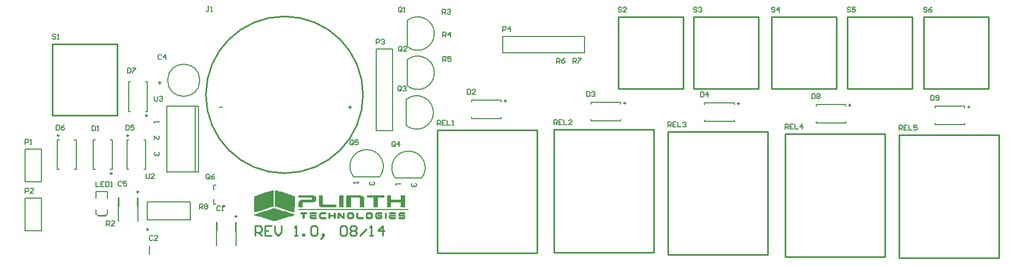
<source format=gto>
%FSLAX25Y25*%
%MOIN*%
G70*
G01*
G75*
G04 Layer_Color=65535*
%ADD10R,0.05118X0.05906*%
%ADD11R,0.06102X0.09646*%
%ADD12R,0.06299X0.02362*%
%ADD13R,0.05906X0.05118*%
%ADD14R,0.08661X0.07874*%
%ADD15R,0.09646X0.06102*%
%ADD16R,0.12992X0.09449*%
%ADD17R,0.03937X0.09449*%
G04:AMPARAMS|DCode=18|XSize=50mil|YSize=50mil|CornerRadius=6.25mil|HoleSize=0mil|Usage=FLASHONLY|Rotation=270.000|XOffset=0mil|YOffset=0mil|HoleType=Round|Shape=RoundedRectangle|*
%AMROUNDEDRECTD18*
21,1,0.05000,0.03750,0,0,270.0*
21,1,0.03750,0.05000,0,0,270.0*
1,1,0.01250,-0.01875,-0.01875*
1,1,0.01250,-0.01875,0.01875*
1,1,0.01250,0.01875,0.01875*
1,1,0.01250,0.01875,-0.01875*
%
%ADD18ROUNDEDRECTD18*%
%ADD19C,0.02000*%
%ADD20C,0.03000*%
%ADD21C,0.11000*%
%ADD22C,0.05906*%
%ADD23R,0.05906X0.05906*%
%ADD24O,0.07874X0.03937*%
%ADD25O,0.07874X0.03937*%
%ADD26C,0.10000*%
%ADD27C,0.07874*%
%ADD28R,0.05906X0.05906*%
%ADD29C,0.09843*%
%ADD30C,0.04921*%
%ADD31R,0.04921X0.04921*%
%ADD32C,0.06299*%
%ADD33R,0.06299X0.06299*%
%ADD34O,0.03937X0.07874*%
%ADD35O,0.03937X0.07874*%
%ADD36C,0.03000*%
%ADD37C,0.07874*%
%ADD38C,0.00984*%
%ADD39C,0.00787*%
%ADD40C,0.01000*%
%ADD41C,0.00500*%
%ADD42C,0.00300*%
D38*
X80609Y94386D02*
G03*
X80609Y94386I-492J0D01*
G01*
X127935Y38913D02*
G03*
X127935Y38913I-492J0D01*
G01*
X135398Y32630D02*
G03*
X135398Y32630I-492J0D01*
G01*
X300006Y103417D02*
G03*
X300006Y103417I-492J0D01*
G01*
X69176Y82114D02*
G03*
X69176Y82114I-492J0D01*
G01*
X81203Y24583D02*
G03*
X81203Y24583I-492J0D01*
G01*
X583406Y99717D02*
G03*
X583406Y99717I-492J0D01*
G01*
X75298Y47630D02*
G03*
X75298Y47630I-492J0D01*
G01*
X510606Y100716D02*
G03*
X510606Y100716I-492J0D01*
G01*
X373006Y102016D02*
G03*
X373006Y102016I-492J0D01*
G01*
X26676Y82114D02*
G03*
X26676Y82114I-492J0D01*
G01*
X59109Y58886D02*
G03*
X59109Y58886I-492J0D01*
G01*
X442506Y101716D02*
G03*
X442506Y101716I-492J0D01*
G01*
D39*
X238998Y88234D02*
G03*
X238998Y104366I6302J8066D01*
G01*
X112742Y116000D02*
G03*
X112742Y116000I-9843J0D01*
G01*
X239598Y112534D02*
G03*
X239598Y128666I6302J8066D01*
G01*
X222766Y56998D02*
G03*
X206634Y56998I-8066J6302D01*
G01*
X248366Y56098D02*
G03*
X232234Y56098I-8066J6302D01*
G01*
X239598Y136534D02*
G03*
X239598Y152666I6302J8066D01*
G01*
X5900Y24000D02*
Y44000D01*
Y24000D02*
X15900D01*
Y44000D01*
X5900D02*
X15900D01*
X69191Y96945D02*
X70274D01*
X69191Y115055D02*
X70274D01*
X79526Y96945D02*
X80609D01*
X79526Y115055D02*
X80609D01*
X69191Y96945D02*
Y115055D01*
X80609Y96945D02*
Y115055D01*
X121144Y48756D02*
Y51906D01*
X122719D01*
X121144Y40094D02*
Y43244D01*
Y40094D02*
X122719D01*
X239001Y88465D02*
Y104135D01*
X134709Y23969D02*
Y29284D01*
Y14717D02*
X134906D01*
X123292Y23969D02*
Y29284D01*
X123094Y14717D02*
X123292D01*
X134906D02*
Y29284D01*
X123094Y14717D02*
Y29284D01*
X296955Y92491D02*
Y93574D01*
X278845Y92491D02*
Y93574D01*
X296955Y102826D02*
Y103909D01*
X278845Y102826D02*
Y103909D01*
Y92491D02*
X296955D01*
X278845Y103909D02*
X296955D01*
X220600Y135200D02*
X230600D01*
Y85200D02*
Y135200D01*
X220600Y85200D02*
Y135200D01*
Y85200D02*
X230600D01*
X298000Y133000D02*
Y143000D01*
X348000D01*
X298000Y133000D02*
X348000D01*
Y143000D01*
X92739Y59724D02*
X112030D01*
X92739Y100276D02*
X112030D01*
X92739Y59724D02*
Y100276D01*
X112030Y59724D02*
Y100276D01*
X110062Y59724D02*
Y100276D01*
X78526Y79555D02*
X79609D01*
X78526Y61445D02*
X79609D01*
X68191Y79555D02*
X69274D01*
X68191Y61445D02*
X69274D01*
X79609D02*
Y79555D01*
X68191Y61445D02*
Y79555D01*
X107089Y30488D02*
Y41512D01*
X80711Y30488D02*
Y41512D01*
X107089D01*
X80711Y30488D02*
X107089D01*
X580355Y88791D02*
Y89874D01*
X562245Y88791D02*
Y89874D01*
X580355Y99126D02*
Y100209D01*
X562245Y99126D02*
Y100209D01*
Y88791D02*
X580355D01*
X562245Y100209D02*
X580355D01*
X5900Y54000D02*
Y74000D01*
Y54000D02*
X15900D01*
Y74000D01*
X5900D02*
X15900D01*
X74609Y38969D02*
Y44283D01*
Y29717D02*
X74805D01*
X63191Y38969D02*
Y44283D01*
X62994Y29717D02*
X63191D01*
X74805D02*
Y44283D01*
X62994Y29717D02*
Y44283D01*
X507555Y89791D02*
Y90874D01*
X489445Y89791D02*
Y90874D01*
X507555Y100126D02*
Y101209D01*
X489445Y100126D02*
Y101209D01*
Y89791D02*
X507555D01*
X489445Y101209D02*
X507555D01*
X81920Y9441D02*
Y14559D01*
X239601Y112765D02*
Y128435D01*
X369955Y91091D02*
Y92174D01*
X351845Y91091D02*
Y92174D01*
X369955Y101426D02*
Y102509D01*
X351845Y101426D02*
Y102509D01*
Y91091D02*
X369955D01*
X351845Y102509D02*
X369955D01*
X36026Y79555D02*
X37109D01*
X36026Y61445D02*
X37109D01*
X25691Y79555D02*
X26774D01*
X25691Y61445D02*
X26774D01*
X37109D02*
Y79555D01*
X25691Y61445D02*
Y79555D01*
X47691Y61445D02*
X48774D01*
X47691Y79555D02*
X48774D01*
X58026Y61445D02*
X59109D01*
X58026Y79555D02*
X59109D01*
X47691Y61445D02*
Y79555D01*
X59109Y61445D02*
Y79555D01*
X439455Y90791D02*
Y91874D01*
X421345Y90791D02*
Y91874D01*
X439455Y101126D02*
Y102209D01*
X421345Y101126D02*
Y102209D01*
Y90791D02*
X439455D01*
X421345Y102209D02*
X439455D01*
X206865Y57001D02*
X222535D01*
X232465Y56101D02*
X248135D01*
X239601Y136765D02*
Y152435D01*
D40*
X212535Y107100D02*
G03*
X212535Y107100I-48031J0D01*
G01*
X368500Y110916D02*
Y154700D01*
X408100D01*
X408185Y110900D02*
Y154641D01*
X368700Y110900D02*
X408100D01*
X460024Y9203D02*
Y84400D01*
X399000Y9203D02*
Y84400D01*
X460024D01*
X399000Y9203D02*
X460024D01*
X462300Y110916D02*
Y154700D01*
X501900D01*
X501985Y110900D02*
Y154641D01*
X462500Y110900D02*
X501900D01*
X390424Y10503D02*
Y85700D01*
X329400Y10503D02*
Y85700D01*
X390424D01*
X329400Y10503D02*
X390424D01*
X62400Y94500D02*
Y138284D01*
X22800Y94500D02*
X62400D01*
X22715Y94559D02*
Y138300D01*
X22800D02*
X62200D01*
X319024Y10303D02*
Y85500D01*
X258000Y10303D02*
Y85500D01*
X319024D01*
X258000Y10303D02*
X319024D01*
X414700Y110916D02*
Y154700D01*
X454300D01*
X454385Y110900D02*
Y154641D01*
X414900Y110900D02*
X454300D01*
X595000D02*
Y154684D01*
X555400Y110900D02*
X595000D01*
X555315Y110959D02*
Y154700D01*
X555400D02*
X594800D01*
X601224Y7203D02*
Y82400D01*
X540200Y7203D02*
Y82400D01*
X601224D01*
X540200Y7203D02*
X601224D01*
X548200Y110900D02*
Y154684D01*
X508600Y110900D02*
X548200D01*
X508515Y110959D02*
Y154700D01*
X508600D02*
X548000D01*
X531624Y7903D02*
Y83100D01*
X470600Y7903D02*
Y83100D01*
X531624D01*
X470600Y7903D02*
X531624D01*
X146700Y20800D02*
Y26798D01*
X149699D01*
X150699Y25798D01*
Y23799D01*
X149699Y22799D01*
X146700D01*
X148699D02*
X150699Y20800D01*
X156697Y26798D02*
X152698D01*
Y20800D01*
X156697D01*
X152698Y23799D02*
X154697D01*
X158696Y26798D02*
Y22799D01*
X160696Y20800D01*
X162695Y22799D01*
Y26798D01*
X170692Y20800D02*
X172692D01*
X171692D01*
Y26798D01*
X170692Y25798D01*
X175691Y20800D02*
Y21800D01*
X176690D01*
Y20800D01*
X175691D01*
X180689Y25798D02*
X181689Y26798D01*
X183688D01*
X184688Y25798D01*
Y21800D01*
X183688Y20800D01*
X181689D01*
X180689Y21800D01*
Y25798D01*
X187687Y19800D02*
X188686Y20800D01*
Y21800D01*
X187687D01*
Y20800D01*
X188686D01*
X187687Y19800D01*
X186687Y18801D01*
X198683Y25798D02*
X199683Y26798D01*
X201682D01*
X202682Y25798D01*
Y21800D01*
X201682Y20800D01*
X199683D01*
X198683Y21800D01*
Y25798D01*
X204681D02*
X205681Y26798D01*
X207680D01*
X208680Y25798D01*
Y24799D01*
X207680Y23799D01*
X208680Y22799D01*
Y21800D01*
X207680Y20800D01*
X205681D01*
X204681Y21800D01*
Y22799D01*
X205681Y23799D01*
X204681Y24799D01*
Y25798D01*
X205681Y23799D02*
X207680D01*
X210679Y20800D02*
X214678Y24799D01*
X216677Y20800D02*
X218677D01*
X217677D01*
Y26798D01*
X216677Y25798D01*
X224675Y20800D02*
Y26798D01*
X221676Y23799D01*
X225674D01*
D41*
X50500Y33200D02*
X55300D01*
X49400Y34300D02*
Y36750D01*
Y47750D02*
X56400D01*
X49400Y43750D02*
Y47750D01*
X56400Y34300D02*
Y36750D01*
Y43750D02*
Y47750D01*
X54900Y32800D02*
X56400Y34300D01*
X50900Y32800D02*
X54900D01*
X49400Y34300D02*
X50900Y32800D01*
X125169Y38599D02*
X124670Y39099D01*
X123670D01*
X123170Y38599D01*
Y36600D01*
X123670Y36100D01*
X124670D01*
X125169Y36600D01*
X126169Y36100D02*
X127169D01*
X126669D01*
Y39099D01*
X126169Y38599D01*
X84069Y20399D02*
X83570Y20899D01*
X82570D01*
X82070Y20399D01*
Y18400D01*
X82570Y17900D01*
X83570D01*
X84069Y18400D01*
X87068Y17900D02*
X85069D01*
X87068Y19899D01*
Y20399D01*
X86569Y20899D01*
X85569D01*
X85069Y20399D01*
X89269Y131199D02*
X88770Y131699D01*
X87770D01*
X87270Y131199D01*
Y129200D01*
X87770Y128700D01*
X88770D01*
X89269Y129200D01*
X91769Y128700D02*
Y131699D01*
X90269Y130200D01*
X92269D01*
X65069Y53599D02*
X64570Y54099D01*
X63570D01*
X63070Y53599D01*
Y51600D01*
X63570Y51100D01*
X64570D01*
X65069Y51600D01*
X68068Y54099D02*
X66069D01*
Y52600D01*
X67069Y53099D01*
X67569D01*
X68068Y52600D01*
Y51600D01*
X67569Y51100D01*
X66569D01*
X66069Y51600D01*
X47070Y88099D02*
Y85100D01*
X48570D01*
X49069Y85600D01*
Y87599D01*
X48570Y88099D01*
X47070D01*
X50069Y85100D02*
X51069D01*
X50569D01*
Y88099D01*
X50069Y87599D01*
X276270Y110499D02*
Y107500D01*
X277770D01*
X278269Y108000D01*
Y109999D01*
X277770Y110499D01*
X276270D01*
X281269Y107500D02*
X279269D01*
X281269Y109499D01*
Y109999D01*
X280769Y110499D01*
X279769D01*
X279269Y109999D01*
X349270Y109099D02*
Y106100D01*
X350770D01*
X351269Y106600D01*
Y108599D01*
X350770Y109099D01*
X349270D01*
X352269Y108599D02*
X352769Y109099D01*
X353769D01*
X354269Y108599D01*
Y108099D01*
X353769Y107599D01*
X353269D01*
X353769D01*
X354269Y107100D01*
Y106600D01*
X353769Y106100D01*
X352769D01*
X352269Y106600D01*
X418770Y108799D02*
Y105800D01*
X420270D01*
X420769Y106300D01*
Y108299D01*
X420270Y108799D01*
X418770D01*
X423269Y105800D02*
Y108799D01*
X421769Y107299D01*
X423769D01*
X67570Y88599D02*
Y85600D01*
X69070D01*
X69569Y86100D01*
Y88099D01*
X69070Y88599D01*
X67570D01*
X72569D02*
X70569D01*
Y87099D01*
X71569Y87599D01*
X72069D01*
X72569Y87099D01*
Y86100D01*
X72069Y85600D01*
X71069D01*
X70569Y86100D01*
X25070Y88599D02*
Y85600D01*
X26570D01*
X27069Y86100D01*
Y88099D01*
X26570Y88599D01*
X25070D01*
X30068D02*
X29069Y88099D01*
X28069Y87099D01*
Y86100D01*
X28569Y85600D01*
X29569D01*
X30068Y86100D01*
Y86600D01*
X29569Y87099D01*
X28069D01*
X68570Y123599D02*
Y120600D01*
X70070D01*
X70569Y121100D01*
Y123099D01*
X70070Y123599D01*
X68570D01*
X71569D02*
X73568D01*
Y123099D01*
X71569Y121100D01*
Y120600D01*
X486870Y107799D02*
Y104800D01*
X488370D01*
X488869Y105300D01*
Y107299D01*
X488370Y107799D01*
X486870D01*
X489869Y107299D02*
X490369Y107799D01*
X491369D01*
X491868Y107299D01*
Y106799D01*
X491369Y106299D01*
X491868Y105800D01*
Y105300D01*
X491369Y104800D01*
X490369D01*
X489869Y105300D01*
Y105800D01*
X490369Y106299D01*
X489869Y106799D01*
Y107299D01*
X490369Y106299D02*
X491369D01*
X559670Y106799D02*
Y103800D01*
X561170D01*
X561669Y104300D01*
Y106299D01*
X561170Y106799D01*
X559670D01*
X562669Y104300D02*
X563169Y103800D01*
X564169D01*
X564669Y104300D01*
Y106299D01*
X564169Y106799D01*
X563169D01*
X562669Y106299D01*
Y105799D01*
X563169Y105299D01*
X564669D01*
X118469Y161099D02*
X117470D01*
X117970D01*
Y158600D01*
X117470Y158100D01*
X116970D01*
X116470Y158600D01*
X119469Y158100D02*
X120469D01*
X119969D01*
Y161099D01*
X119469Y160599D01*
X49270Y53899D02*
Y50900D01*
X51269D01*
X54268Y53899D02*
X52269D01*
Y50900D01*
X54268D01*
X52269Y52399D02*
X53269D01*
X55268Y53899D02*
Y50900D01*
X56768D01*
X57267Y51400D01*
Y53399D01*
X56768Y53899D01*
X55268D01*
X58267Y50900D02*
X59267D01*
X58767D01*
Y53899D01*
X58267Y53399D01*
X5970Y76900D02*
Y79899D01*
X7470D01*
X7969Y79399D01*
Y78399D01*
X7470Y77900D01*
X5970D01*
X8969Y76900D02*
X9969D01*
X9469D01*
Y79899D01*
X8969Y79399D01*
X5970Y46900D02*
Y49899D01*
X7470D01*
X7969Y49399D01*
Y48399D01*
X7470Y47900D01*
X5970D01*
X10968Y46900D02*
X8969D01*
X10968Y48899D01*
Y49399D01*
X10469Y49899D01*
X9469D01*
X8969Y49399D01*
X220670Y138100D02*
Y141099D01*
X222170D01*
X222669Y140599D01*
Y139600D01*
X222170Y139100D01*
X220670D01*
X223669Y140599D02*
X224169Y141099D01*
X225169D01*
X225669Y140599D01*
Y140099D01*
X225169Y139600D01*
X224669D01*
X225169D01*
X225669Y139100D01*
Y138600D01*
X225169Y138100D01*
X224169D01*
X223669Y138600D01*
X298070Y145900D02*
Y148899D01*
X299570D01*
X300069Y148399D01*
Y147399D01*
X299570Y146900D01*
X298070D01*
X302569Y145900D02*
Y148899D01*
X301069Y147399D01*
X303068D01*
X236369Y158200D02*
Y160199D01*
X235870Y160699D01*
X234870D01*
X234370Y160199D01*
Y158200D01*
X234870Y157700D01*
X235870D01*
X235370Y158700D02*
X236369Y157700D01*
X235870D02*
X236369Y158200D01*
X237369Y157700D02*
X238369D01*
X237869D01*
Y160699D01*
X237369Y160199D01*
X236369Y134200D02*
Y136199D01*
X235870Y136699D01*
X234870D01*
X234370Y136199D01*
Y134200D01*
X234870Y133700D01*
X235870D01*
X235370Y134700D02*
X236369Y133700D01*
X235870D02*
X236369Y134200D01*
X239369Y133700D02*
X237369D01*
X239369Y135699D01*
Y136199D01*
X238869Y136699D01*
X237869D01*
X237369Y136199D01*
X235769Y109900D02*
Y111899D01*
X235270Y112399D01*
X234270D01*
X233770Y111899D01*
Y109900D01*
X234270Y109400D01*
X235270D01*
X234770Y110400D02*
X235769Y109400D01*
X235270D02*
X235769Y109900D01*
X236769Y111899D02*
X237269Y112399D01*
X238269D01*
X238769Y111899D01*
Y111399D01*
X238269Y110899D01*
X237769D01*
X238269D01*
X238769Y110400D01*
Y109900D01*
X238269Y109400D01*
X237269D01*
X236769Y109900D01*
X232169Y76000D02*
Y77999D01*
X231670Y78499D01*
X230670D01*
X230170Y77999D01*
Y76000D01*
X230670Y75500D01*
X231670D01*
X231170Y76500D02*
X232169Y75500D01*
X231670D02*
X232169Y76000D01*
X234669Y75500D02*
Y78499D01*
X233169Y76999D01*
X235169D01*
X206569Y76900D02*
Y78899D01*
X206070Y79399D01*
X205070D01*
X204570Y78899D01*
Y76900D01*
X205070Y76400D01*
X206070D01*
X205570Y77400D02*
X206569Y76400D01*
X206070D02*
X206569Y76900D01*
X209569Y79399D02*
X207569D01*
Y77899D01*
X208569Y78399D01*
X209069D01*
X209569Y77899D01*
Y76900D01*
X209069Y76400D01*
X208069D01*
X207569Y76900D01*
X118669Y56000D02*
Y57999D01*
X118170Y58499D01*
X117170D01*
X116670Y57999D01*
Y56000D01*
X117170Y55500D01*
X118170D01*
X117670Y56500D02*
X118669Y55500D01*
X118170D02*
X118669Y56000D01*
X121669Y58499D02*
X120669Y57999D01*
X119669Y56999D01*
Y56000D01*
X120169Y55500D01*
X121169D01*
X121669Y56000D01*
Y56500D01*
X121169Y56999D01*
X119669D01*
X55670Y26900D02*
Y29899D01*
X57170D01*
X57669Y29399D01*
Y28400D01*
X57170Y27900D01*
X55670D01*
X56670D02*
X57669Y26900D01*
X60668D02*
X58669D01*
X60668Y28899D01*
Y29399D01*
X60169Y29899D01*
X59169D01*
X58669Y29399D01*
X260970Y156600D02*
Y159599D01*
X262470D01*
X262969Y159099D01*
Y158099D01*
X262470Y157600D01*
X260970D01*
X261970D02*
X262969Y156600D01*
X263969Y159099D02*
X264469Y159599D01*
X265469D01*
X265968Y159099D01*
Y158599D01*
X265469Y158099D01*
X264969D01*
X265469D01*
X265968Y157600D01*
Y157100D01*
X265469Y156600D01*
X264469D01*
X263969Y157100D01*
X261270Y142500D02*
Y145499D01*
X262770D01*
X263269Y144999D01*
Y144000D01*
X262770Y143500D01*
X261270D01*
X262270D02*
X263269Y142500D01*
X265769D02*
Y145499D01*
X264269Y144000D01*
X266268D01*
X261270Y127600D02*
Y130599D01*
X262770D01*
X263269Y130099D01*
Y129100D01*
X262770Y128600D01*
X261270D01*
X262270D02*
X263269Y127600D01*
X266268Y130599D02*
X264269D01*
Y129100D01*
X265269Y129599D01*
X265769D01*
X266268Y129100D01*
Y128100D01*
X265769Y127600D01*
X264769D01*
X264269Y128100D01*
X330770Y126600D02*
Y129599D01*
X332270D01*
X332769Y129099D01*
Y128100D01*
X332270Y127600D01*
X330770D01*
X331770D02*
X332769Y126600D01*
X335769Y129599D02*
X334769Y129099D01*
X333769Y128100D01*
Y127100D01*
X334269Y126600D01*
X335269D01*
X335769Y127100D01*
Y127600D01*
X335269Y128100D01*
X333769D01*
X340870Y126600D02*
Y129599D01*
X342370D01*
X342869Y129099D01*
Y128100D01*
X342370Y127600D01*
X340870D01*
X341870D02*
X342869Y126600D01*
X343869Y129599D02*
X345868D01*
Y129099D01*
X343869Y127100D01*
Y126600D01*
X112570Y37200D02*
Y40199D01*
X114070D01*
X114569Y39699D01*
Y38699D01*
X114070Y38200D01*
X112570D01*
X113570D02*
X114569Y37200D01*
X115569Y39699D02*
X116069Y40199D01*
X117069D01*
X117569Y39699D01*
Y39199D01*
X117069Y38699D01*
X117569Y38200D01*
Y37700D01*
X117069Y37200D01*
X116069D01*
X115569Y37700D01*
Y38200D01*
X116069Y38699D01*
X115569Y39199D01*
Y39699D01*
X116069Y38699D02*
X117069D01*
X257970Y88500D02*
Y91499D01*
X259470D01*
X259969Y90999D01*
Y90000D01*
X259470Y89500D01*
X257970D01*
X258970D02*
X259969Y88500D01*
X262968Y91499D02*
X260969D01*
Y88500D01*
X262968D01*
X260969Y90000D02*
X261969D01*
X263968Y91499D02*
Y88500D01*
X265967D01*
X266967D02*
X267967D01*
X267467D01*
Y91499D01*
X266967Y90999D01*
X329370Y88700D02*
Y91699D01*
X330870D01*
X331369Y91199D01*
Y90200D01*
X330870Y89700D01*
X329370D01*
X330370D02*
X331369Y88700D01*
X334368Y91699D02*
X332369D01*
Y88700D01*
X334368D01*
X332369Y90200D02*
X333369D01*
X335368Y91699D02*
Y88700D01*
X337368D01*
X340367D02*
X338367D01*
X340367Y90699D01*
Y91199D01*
X339867Y91699D01*
X338867D01*
X338367Y91199D01*
X398970Y87400D02*
Y90399D01*
X400470D01*
X400969Y89899D01*
Y88899D01*
X400470Y88400D01*
X398970D01*
X399970D02*
X400969Y87400D01*
X403968Y90399D02*
X401969D01*
Y87400D01*
X403968D01*
X401969Y88899D02*
X402969D01*
X404968Y90399D02*
Y87400D01*
X406967D01*
X407967Y89899D02*
X408467Y90399D01*
X409467D01*
X409967Y89899D01*
Y89399D01*
X409467Y88899D01*
X408967D01*
X409467D01*
X409967Y88400D01*
Y87900D01*
X409467Y87400D01*
X408467D01*
X407967Y87900D01*
X470570Y86100D02*
Y89099D01*
X472070D01*
X472569Y88599D01*
Y87599D01*
X472070Y87100D01*
X470570D01*
X471570D02*
X472569Y86100D01*
X475568Y89099D02*
X473569D01*
Y86100D01*
X475568D01*
X473569Y87599D02*
X474569D01*
X476568Y89099D02*
Y86100D01*
X478568D01*
X481067D02*
Y89099D01*
X479567Y87599D01*
X481566D01*
X540170Y85400D02*
Y88399D01*
X541670D01*
X542169Y87899D01*
Y86900D01*
X541670Y86400D01*
X540170D01*
X541170D02*
X542169Y85400D01*
X545168Y88399D02*
X543169D01*
Y85400D01*
X545168D01*
X543169Y86900D02*
X544169D01*
X546168Y88399D02*
Y85400D01*
X548168D01*
X551166Y88399D02*
X549167D01*
Y86900D01*
X550167Y87399D01*
X550667D01*
X551166Y86900D01*
Y85900D01*
X550667Y85400D01*
X549667D01*
X549167Y85900D01*
X24669Y143799D02*
X24170Y144299D01*
X23170D01*
X22670Y143799D01*
Y143299D01*
X23170Y142799D01*
X24170D01*
X24669Y142300D01*
Y141800D01*
X24170Y141300D01*
X23170D01*
X22670Y141800D01*
X25669Y141300D02*
X26669D01*
X26169D01*
Y144299D01*
X25669Y143799D01*
X370469Y160199D02*
X369970Y160699D01*
X368970D01*
X368470Y160199D01*
Y159699D01*
X368970Y159200D01*
X369970D01*
X370469Y158700D01*
Y158200D01*
X369970Y157700D01*
X368970D01*
X368470Y158200D01*
X373468Y157700D02*
X371469D01*
X373468Y159699D01*
Y160199D01*
X372969Y160699D01*
X371969D01*
X371469Y160199D01*
X416669D02*
X416170Y160699D01*
X415170D01*
X414670Y160199D01*
Y159699D01*
X415170Y159200D01*
X416170D01*
X416669Y158700D01*
Y158200D01*
X416170Y157700D01*
X415170D01*
X414670Y158200D01*
X417669Y160199D02*
X418169Y160699D01*
X419169D01*
X419668Y160199D01*
Y159699D01*
X419169Y159200D01*
X418669D01*
X419169D01*
X419668Y158700D01*
Y158200D01*
X419169Y157700D01*
X418169D01*
X417669Y158200D01*
X464269Y160199D02*
X463770Y160699D01*
X462770D01*
X462270Y160199D01*
Y159699D01*
X462770Y159200D01*
X463770D01*
X464269Y158700D01*
Y158200D01*
X463770Y157700D01*
X462770D01*
X462270Y158200D01*
X466769Y157700D02*
Y160699D01*
X465269Y159200D01*
X467269D01*
X510469Y160199D02*
X509970Y160699D01*
X508970D01*
X508470Y160199D01*
Y159699D01*
X508970Y159200D01*
X509970D01*
X510469Y158700D01*
Y158200D01*
X509970Y157700D01*
X508970D01*
X508470Y158200D01*
X513469Y160699D02*
X511469D01*
Y159200D01*
X512469Y159699D01*
X512969D01*
X513469Y159200D01*
Y158200D01*
X512969Y157700D01*
X511969D01*
X511469Y158200D01*
X557269Y160199D02*
X556770Y160699D01*
X555770D01*
X555270Y160199D01*
Y159699D01*
X555770Y159200D01*
X556770D01*
X557269Y158700D01*
Y158200D01*
X556770Y157700D01*
X555770D01*
X555270Y158200D01*
X560268Y160699D02*
X559269Y160199D01*
X558269Y159200D01*
Y158200D01*
X558769Y157700D01*
X559769D01*
X560268Y158200D01*
Y158700D01*
X559769Y159200D01*
X558269D01*
X80070Y58799D02*
Y56300D01*
X80570Y55800D01*
X81570D01*
X82069Y56300D01*
Y58799D01*
X85069Y55800D02*
X83069D01*
X85069Y57799D01*
Y58299D01*
X84569Y58799D01*
X83569D01*
X83069Y58299D01*
X84970Y106199D02*
Y103700D01*
X85470Y103200D01*
X86470D01*
X86969Y103700D01*
Y106199D01*
X87969Y105699D02*
X88469Y106199D01*
X89469D01*
X89969Y105699D01*
Y105199D01*
X89469Y104700D01*
X88969D01*
X89469D01*
X89969Y104200D01*
Y103700D01*
X89469Y103200D01*
X88469D01*
X87969Y103700D01*
X203500Y99599D02*
X205499D01*
X204500Y100599D02*
Y98600D01*
X124500Y99599D02*
X126499D01*
X87250Y114547D02*
X89250D01*
X88250Y115546D02*
Y113547D01*
X87462Y71969D02*
X87962Y71469D01*
Y70469D01*
X87462Y69969D01*
X86962D01*
X86462Y70469D01*
Y70969D01*
Y70469D01*
X85963Y69969D01*
X85463D01*
X84963Y70469D01*
Y71469D01*
X85463Y71969D01*
X84963Y79969D02*
Y81968D01*
X86962Y79969D01*
X87462D01*
X87962Y80469D01*
Y81469D01*
X87462Y81968D01*
X84963Y90984D02*
Y89985D01*
Y90484D01*
X87962D01*
X87462Y90984D01*
X206909Y53768D02*
Y52769D01*
Y53269D01*
X209908D01*
X209408Y53768D01*
X219038D02*
X219538Y53269D01*
Y52269D01*
X219038Y51769D01*
X218538D01*
X218038Y52269D01*
Y52769D01*
Y52269D01*
X217538Y51769D01*
X217038D01*
X216539Y52269D01*
Y53269D01*
X217038Y53768D01*
X232509Y52868D02*
Y51869D01*
Y52369D01*
X235508D01*
X235008Y52868D01*
X244638D02*
X245138Y52369D01*
Y51369D01*
X244638Y50869D01*
X244138D01*
X243638Y51369D01*
Y51869D01*
Y51369D01*
X243138Y50869D01*
X242638D01*
X242139Y51369D01*
Y52369D01*
X242638Y52868D01*
D42*
X175670Y32700D02*
X176570D01*
X148970D02*
X167570D01*
X234170Y33000D02*
X238070D01*
X228170D02*
X232370D01*
X225770D02*
X226670D01*
X221270D02*
X223970D01*
X220070D02*
X220670D01*
X217670D02*
X218270D01*
X214370D02*
X214970D01*
X208370D02*
X209270D01*
X205970D02*
X206870D01*
X202670D02*
X203570D01*
X200270D02*
X200870D01*
X198470D02*
X199670D01*
X196970D02*
X197870D01*
X191270D02*
X195470D01*
X185570D02*
X186170D01*
X179870D02*
X183770D01*
X175670D02*
X176570D01*
X147770D02*
X168470D01*
X234170Y33300D02*
X238070D01*
X228170D02*
X232370D01*
X225770D02*
X226670D01*
X221270D02*
X223970D01*
X220070D02*
X220670D01*
X217670D02*
X218270D01*
X214370D02*
X214970D01*
X208370D02*
X209270D01*
X205970D02*
X206870D01*
X202670D02*
X203570D01*
X200270D02*
X200870D01*
X198170D02*
X199370D01*
X196970D02*
X197870D01*
X191270D02*
X195470D01*
X185570D02*
X186170D01*
X179870D02*
X183770D01*
X175670D02*
X176570D01*
X146870D02*
X169370D01*
X234170Y33600D02*
X237770D01*
X228470D02*
X232070D01*
X225770D02*
X226670D01*
X221570D02*
X223670D01*
X220070D02*
X220670D01*
X217370D02*
X218270D01*
X214370D02*
X214970D01*
X208370D02*
X209270D01*
X205970D02*
X206870D01*
X202670D02*
X203570D01*
X200270D02*
X200870D01*
X198170D02*
X199370D01*
X196970D02*
X197870D01*
X191270D02*
X195470D01*
X185570D02*
X186470D01*
X179870D02*
X183470D01*
X175670D02*
X176570D01*
X145970D02*
X170270D01*
X234170Y33900D02*
X234770D01*
X225770D02*
X226670D01*
X220070D02*
X220970D01*
X217370D02*
X218270D01*
X214370D02*
X215270D01*
X208370D02*
X209270D01*
X205970D02*
X206870D01*
X202670D02*
X203570D01*
X200270D02*
X200870D01*
X196970D02*
X199070D01*
X194570D02*
X195470D01*
X191270D02*
X192170D01*
X185570D02*
X186470D01*
X175670D02*
X176570D01*
X145970D02*
X170270D01*
X234170Y34200D02*
X238070D01*
X228470D02*
X232370D01*
X225770D02*
X226670D01*
X220070D02*
X223970D01*
X214370D02*
X218270D01*
X208370D02*
X209270D01*
X202970D02*
X206570D01*
X200270D02*
X200870D01*
X196970D02*
X198770D01*
X194570D02*
X195470D01*
X191270D02*
X192170D01*
X185570D02*
X189470D01*
X179870D02*
X183770D01*
X174170D02*
X178070D01*
X146870D02*
X169670D01*
X234170Y34500D02*
X238070D01*
X228170D02*
X232370D01*
X225770D02*
X226670D01*
X220370D02*
X223970D01*
X214370D02*
X217970D01*
X208370D02*
X209270D01*
X202970D02*
X206570D01*
X200270D02*
X200870D01*
X196970D02*
X198470D01*
X194570D02*
X195470D01*
X191270D02*
X192170D01*
X185870D02*
X189770D01*
X179870D02*
X183770D01*
X174170D02*
X178070D01*
X147770D02*
X168770D01*
X234470Y34800D02*
X238070D01*
X228470D02*
X232370D01*
X225770D02*
X226670D01*
X220370D02*
X223970D01*
X214670D02*
X217970D01*
X208670D02*
X209270D01*
X203270D02*
X206270D01*
X200270D02*
X200870D01*
X197270D02*
X198170D01*
X194570D02*
X195470D01*
X191570D02*
X192170D01*
X186170D02*
X189470D01*
X179870D02*
X183770D01*
X174170D02*
X178070D01*
X148670D02*
X167570D01*
X234770Y35100D02*
X237770D01*
X228770D02*
X232070D01*
X220970D02*
X223670D01*
X214970D02*
X217370D01*
X203570D02*
X205970D01*
X186470D02*
X189470D01*
X180170D02*
X183470D01*
X174470D02*
X177770D01*
X149570D02*
X166670D01*
X169670Y35400D02*
X170270D01*
X150470D02*
X165770D01*
X146270D02*
X146870D01*
X168770Y35700D02*
X170270D01*
X151670D02*
X164870D01*
X145970D02*
X147770D01*
X167870Y36000D02*
X170270D01*
X152570D02*
X163970D01*
X145970D02*
X148670D01*
X166670Y36300D02*
X170270D01*
X153470D02*
X162770D01*
X145970D02*
X149570D01*
X165770Y36600D02*
X170270D01*
X154370D02*
X161870D01*
X145970D02*
X150470D01*
X172970Y36900D02*
X239870D01*
X164870D02*
X170270D01*
X155270D02*
X160970D01*
X145970D02*
X151370D01*
X173270Y37200D02*
X239870D01*
X163970D02*
X170270D01*
X156170D02*
X160070D01*
X145970D02*
X152270D01*
X163070Y37500D02*
X170270D01*
X157070D02*
X158870D01*
X145970D02*
X153170D01*
X162170Y37800D02*
X170270D01*
X145970D02*
X154370D01*
X161270Y38100D02*
X170270D01*
X145970D02*
X154970D01*
X235670Y38400D02*
X237770D01*
X227270D02*
X229370D01*
X218870D02*
X220970D01*
X210470D02*
X212870D01*
X202370D02*
X204470D01*
X198170D02*
X200270D01*
X187070D02*
X196070D01*
X173270D02*
X175370D01*
X160370D02*
X170270D01*
X145970D02*
X156170D01*
X235370Y38700D02*
X237770D01*
X227270D02*
X229370D01*
X218870D02*
X221270D01*
X210470D02*
X212870D01*
X202370D02*
X204770D01*
X197870D02*
X200270D01*
X186470D02*
X196070D01*
X172970D02*
X175370D01*
X159470D02*
X170270D01*
X145970D02*
X157070D01*
X235670Y39000D02*
X237770D01*
X227270D02*
X229370D01*
X218870D02*
X221270D01*
X210470D02*
X212870D01*
X202370D02*
X204770D01*
X197870D02*
X200270D01*
X185870D02*
X196070D01*
X172970D02*
X175370D01*
X158870D02*
X170570D01*
X145970D02*
X157670D01*
X235670Y39300D02*
X237770D01*
X227270D02*
X229370D01*
X218870D02*
X221270D01*
X210470D02*
X212870D01*
X202370D02*
X204770D01*
X197870D02*
X200270D01*
X185870D02*
X196070D01*
X172970D02*
X175370D01*
X158570D02*
X170570D01*
X145970D02*
X157670D01*
X235670Y39600D02*
X237770D01*
X227270D02*
X229370D01*
X218870D02*
X221270D01*
X210470D02*
X212870D01*
X202370D02*
X204770D01*
X197870D02*
X200270D01*
X185570D02*
X196070D01*
X172970D02*
X175370D01*
X158570D02*
X170570D01*
X145970D02*
X157670D01*
X235670Y39900D02*
X237770D01*
X227270D02*
X229370D01*
X218870D02*
X221270D01*
X210470D02*
X212870D01*
X202370D02*
X204770D01*
X197870D02*
X200270D01*
X185570D02*
X195770D01*
X172970D02*
X175370D01*
X158570D02*
X170570D01*
X145970D02*
X157670D01*
X235670Y40200D02*
X237770D01*
X227270D02*
X229370D01*
X218870D02*
X221270D01*
X210470D02*
X212870D01*
X202370D02*
X204770D01*
X197870D02*
X200270D01*
X185570D02*
X187970D01*
X172970D02*
X175370D01*
X158570D02*
X170570D01*
X145970D02*
X157670D01*
X235670Y40500D02*
X237770D01*
X227270D02*
X229370D01*
X218870D02*
X221270D01*
X210470D02*
X212870D01*
X202370D02*
X204770D01*
X197870D02*
X200270D01*
X185570D02*
X187670D01*
X172970D02*
X175370D01*
X158570D02*
X170570D01*
X145970D02*
X157670D01*
X235670Y40800D02*
X237770D01*
X227270D02*
X229370D01*
X218870D02*
X221270D01*
X210470D02*
X212870D01*
X202370D02*
X204770D01*
X197870D02*
X200270D01*
X185570D02*
X187670D01*
X172970D02*
X175370D01*
X158570D02*
X170570D01*
X145970D02*
X157670D01*
X235670Y41100D02*
X237770D01*
X227270D02*
X229370D01*
X218870D02*
X221270D01*
X210470D02*
X212870D01*
X202370D02*
X204770D01*
X197870D02*
X200270D01*
X185570D02*
X187670D01*
X173270D02*
X175370D01*
X158570D02*
X170570D01*
X145970D02*
X157670D01*
X227270Y41400D02*
X237770D01*
X218870D02*
X221270D01*
X210470D02*
X212870D01*
X202370D02*
X204770D01*
X197870D02*
X200270D01*
X185570D02*
X187670D01*
X173270D02*
X181970D01*
X158570D02*
X170570D01*
X145970D02*
X157670D01*
X227270Y41700D02*
X237770D01*
X218870D02*
X221270D01*
X210470D02*
X212870D01*
X202370D02*
X204770D01*
X197870D02*
X200270D01*
X185570D02*
X187670D01*
X173270D02*
X182570D01*
X158570D02*
X170570D01*
X145970D02*
X157670D01*
X227270Y42000D02*
X237770D01*
X218870D02*
X221270D01*
X210470D02*
X212870D01*
X202370D02*
X204770D01*
X197870D02*
X200270D01*
X185570D02*
X187670D01*
X173570D02*
X182870D01*
X158570D02*
X170570D01*
X145970D02*
X157670D01*
X227270Y42300D02*
X237770D01*
X218870D02*
X221270D01*
X210470D02*
X212870D01*
X202370D02*
X204770D01*
X197870D02*
X200270D01*
X185570D02*
X187670D01*
X173570D02*
X183170D01*
X158570D02*
X170570D01*
X145970D02*
X157670D01*
X227270Y42600D02*
X237770D01*
X218870D02*
X221270D01*
X210470D02*
X212870D01*
X202370D02*
X204770D01*
X197870D02*
X200270D01*
X185570D02*
X187670D01*
X173870D02*
X183470D01*
X158570D02*
X170570D01*
X145970D02*
X157670D01*
X227270Y42900D02*
X237770D01*
X218870D02*
X221270D01*
X210470D02*
X212870D01*
X202370D02*
X204770D01*
X197870D02*
X200270D01*
X185570D02*
X187670D01*
X174470D02*
X183470D01*
X158570D02*
X170570D01*
X145970D02*
X157670D01*
X235670Y43200D02*
X237770D01*
X227270D02*
X229370D01*
X218870D02*
X221270D01*
X210470D02*
X212870D01*
X202370D02*
X204770D01*
X197870D02*
X200270D01*
X185570D02*
X187670D01*
X181370D02*
X183470D01*
X158570D02*
X170570D01*
X145970D02*
X157670D01*
X235670Y43500D02*
X237770D01*
X227270D02*
X229370D01*
X218870D02*
X221270D01*
X210470D02*
X212870D01*
X202370D02*
X204770D01*
X197870D02*
X200270D01*
X185570D02*
X187670D01*
X181370D02*
X183470D01*
X158570D02*
X170570D01*
X145970D02*
X157670D01*
X235670Y43800D02*
X237770D01*
X227270D02*
X229370D01*
X218870D02*
X221270D01*
X210470D02*
X212870D01*
X202370D02*
X204770D01*
X197870D02*
X200270D01*
X185570D02*
X187670D01*
X181370D02*
X183470D01*
X158570D02*
X170570D01*
X145970D02*
X157670D01*
X235670Y44100D02*
X237770D01*
X227270D02*
X229370D01*
X218870D02*
X221270D01*
X210170D02*
X212870D01*
X202370D02*
X204770D01*
X197870D02*
X200270D01*
X185570D02*
X187670D01*
X181070D02*
X183470D01*
X158570D02*
X170570D01*
X145970D02*
X157670D01*
X235670Y44400D02*
X237770D01*
X227270D02*
X229370D01*
X214970D02*
X225170D01*
X202370D02*
X212570D01*
X197870D02*
X200270D01*
X185570D02*
X187670D01*
X172970D02*
X183470D01*
X158570D02*
X170570D01*
X145970D02*
X157670D01*
X235670Y44700D02*
X237770D01*
X227270D02*
X229370D01*
X214970D02*
X225170D01*
X202370D02*
X212570D01*
X197870D02*
X200270D01*
X185570D02*
X187670D01*
X172970D02*
X183170D01*
X158570D02*
X170570D01*
X145970D02*
X157670D01*
X235670Y45000D02*
X237770D01*
X227270D02*
X229370D01*
X214970D02*
X225170D01*
X202370D02*
X212270D01*
X197870D02*
X200270D01*
X185570D02*
X187670D01*
X172970D02*
X183170D01*
X158570D02*
X170270D01*
X145970D02*
X157670D01*
X235370Y45300D02*
X237770D01*
X227270D02*
X229370D01*
X214970D02*
X225170D01*
X202370D02*
X211970D01*
X197870D02*
X200270D01*
X185570D02*
X187670D01*
X172970D02*
X182870D01*
X158570D02*
X169970D01*
X146570D02*
X157670D01*
X235670Y45600D02*
X237770D01*
X227270D02*
X229370D01*
X214970D02*
X225170D01*
X202370D02*
X211070D01*
X198170D02*
X200270D01*
X185570D02*
X187670D01*
X173270D02*
X182270D01*
X158570D02*
X169070D01*
X147470D02*
X157670D01*
X158570Y45900D02*
X168170D01*
X148370D02*
X157670D01*
X158570Y46200D02*
X167270D01*
X149270D02*
X157670D01*
X158570Y46500D02*
X166370D01*
X150170D02*
X157670D01*
X158570Y46800D02*
X165470D01*
X151070D02*
X157670D01*
X158570Y47100D02*
X164570D01*
X151970D02*
X157670D01*
X158570Y47400D02*
X163670D01*
X152870D02*
X157670D01*
X158570Y47700D02*
X162470D01*
X153770D02*
X157670D01*
X158570Y48000D02*
X161570D01*
X154670D02*
X157670D01*
X158570Y48300D02*
X160670D01*
X155570D02*
X157670D01*
X158870Y48600D02*
X159770D01*
X156470D02*
X157670D01*
X157070Y30300D02*
X159470D01*
X155870Y30600D02*
X160370D01*
X154970Y30900D02*
X161270D01*
X234470Y31200D02*
X237470D01*
X229070D02*
X232070D01*
X220970D02*
X223370D01*
X214970D02*
X217370D01*
X209270D02*
X212270D01*
X203570D02*
X205970D01*
X186470D02*
X189470D01*
X180470D02*
X183470D01*
X153770D02*
X162470D01*
X234170Y31500D02*
X238070D01*
X228470D02*
X232370D01*
X225770D02*
X226670D01*
X220370D02*
X223970D01*
X214670D02*
X217970D01*
X208670D02*
X212570D01*
X203270D02*
X206270D01*
X199970D02*
X200870D01*
X196970D02*
X197870D01*
X194570D02*
X195470D01*
X191570D02*
X192170D01*
X185870D02*
X189470D01*
X180170D02*
X183770D01*
X175670D02*
X176270D01*
X152870D02*
X163370D01*
X234170Y31800D02*
X238070D01*
X228470D02*
X232370D01*
X225770D02*
X226670D01*
X220370D02*
X223970D01*
X214370D02*
X217970D01*
X208670D02*
X212570D01*
X202970D02*
X206570D01*
X199670D02*
X200870D01*
X196970D02*
X197870D01*
X194570D02*
X195470D01*
X191270D02*
X192170D01*
X185870D02*
X189770D01*
X179870D02*
X183770D01*
X175670D02*
X176570D01*
X151670D02*
X164570D01*
X234170Y32100D02*
X238070D01*
X228170D02*
X232370D01*
X225770D02*
X226670D01*
X220070D02*
X223970D01*
X214370D02*
X218270D01*
X208670D02*
X212270D01*
X202970D02*
X206570D01*
X199370D02*
X200870D01*
X196970D02*
X197870D01*
X194570D02*
X195470D01*
X191270D02*
X192170D01*
X185570D02*
X189470D01*
X179870D02*
X183770D01*
X175670D02*
X176570D01*
X150770D02*
X165470D01*
X237470Y32400D02*
X238070D01*
X228170D02*
X229070D01*
X225770D02*
X226670D01*
X223370D02*
X223970D01*
X220070D02*
X220970D01*
X217370D02*
X218270D01*
X214370D02*
X215270D01*
X208370D02*
X209270D01*
X205970D02*
X206870D01*
X202670D02*
X203570D01*
X199070D02*
X200870D01*
X196970D02*
X197870D01*
X194570D02*
X195470D01*
X191270D02*
X192170D01*
X185570D02*
X186470D01*
X179870D02*
X180470D01*
X175670D02*
X176570D01*
X149870D02*
X166670D01*
X234470Y32700D02*
X238070D01*
X228170D02*
X232070D01*
X225770D02*
X226670D01*
X221570D02*
X223970D01*
X220070D02*
X220670D01*
X217370D02*
X218270D01*
X214370D02*
X214970D01*
X208370D02*
X209270D01*
X205970D02*
X206870D01*
X202670D02*
X203570D01*
X200270D02*
X200870D01*
X198770D02*
X199970D01*
X196970D02*
X197870D01*
X191270D02*
X195470D01*
X185570D02*
X186470D01*
X179870D02*
X183470D01*
M02*

</source>
